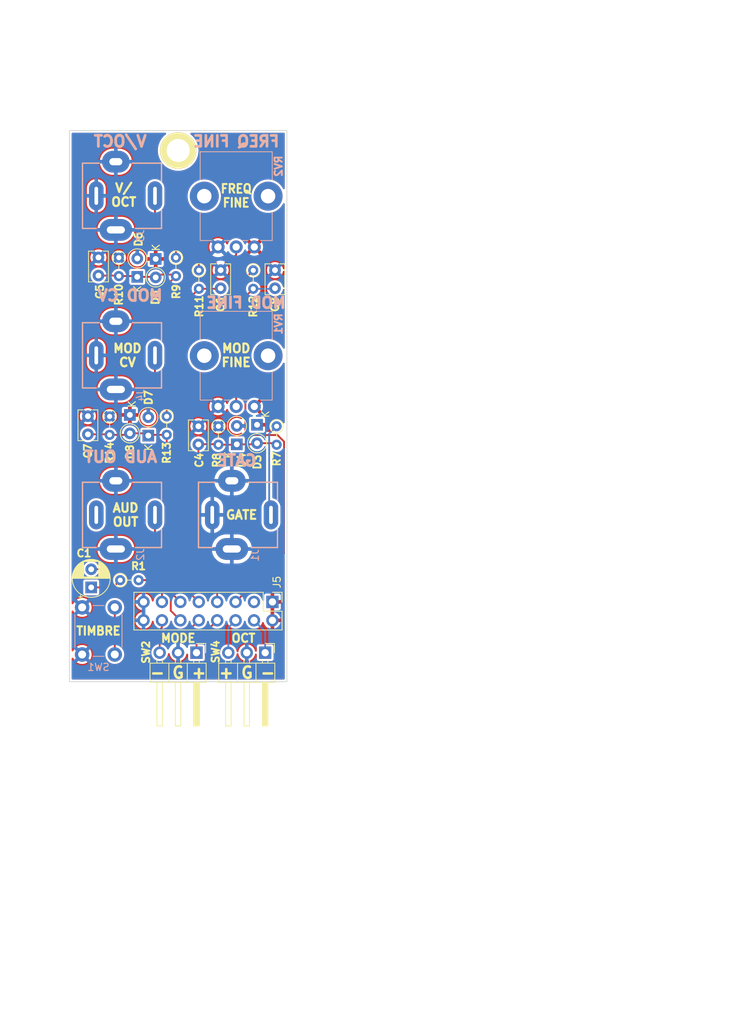
<source format=kicad_pcb>
(kicad_pcb (version 20211014) (generator pcbnew)
  (title_block (title "VCO CONTROLS PANEL") (date "2022-09-21") (rev "1") (company "LAND BOARDS, LLC"))
  (layers (0 "F.Cu" signal) (31 "B.Cu" signal) (34 "B.Paste" user) (35 "F.Paste" user) (36 "B.SilkS" user "B.Silkscreen") (37 "F.SilkS" user "F.Silkscreen") (38 "B.Mask" user) (39 "F.Mask" user) (44 "Edge.Cuts" user))
  (net 0 "")
  (net 1 "GND")
  (net 2 "+3V3")
  (net 3 "Net-(C1-Pad2)")
  (net 4 "/GATE_CTL")
  (net 5 "/FREQ_POT")
  (net 6 "/VPEROCT_CV")
  (net 7 "/MOD_POT")
  (net 8 "/MOD_CV")
  (net 9 "/AUD_OUT")
  (net 10 "/TIMBRE_PB")
  (net 11 "/MODE_UP_PB")
  (net 12 "/MODE_DN_PB")
  (net 13 "/CV")
  (net 14 "/GATE")
  (net 15 "/OCT_UP_PB")
  (net 16 "Net-(C1-Pad1)")
  (net 17 "/OCT_DN_PB")
  (net 18 "/V_OCT")
  (net 20 "/MOD_FINE")
  (net 21 "/FREQ_FINE")
  (footprint "Resistor_THT:R_Axial_DIN0204_L3.6mm_D1.6mm_P2.54mm_Vertical" (layer "F.Cu") (at 148.734 97.88 -90)
    (fp_text reference "R7" (at 4.5 0 90) (layer "F.SilkS") (effects (font (size 1.016 1.016) (thickness 0.254))))
    (fp_text value "220K")
    (pad "1" thru_hole circle (at 0 0 270) (size 1.4 1.4) (drill 0.7) (layers *.Cu *.Mask) (net 14 "/GATE"))
    (pad "2" thru_hole oval (at 2.54 0 270) (size 1.4 1.4) (drill 0.7) (layers *.Cu *.Mask) (net 4 "/GATE_CTL"))
  )
  (footprint "Diode_THT:D_DO-35_SOD27_P2.54mm_Vertical_KathodeUp" (layer "F.Cu") (at 132.049 74.810001 -90)
    (fp_text reference "D5" (at 5.311372 0.04 90) (layer "F.SilkS") (effects (font (size 1.016 1.016) (thickness 0.254))))
    (fp_text value "BAT41")
    (fp_text user "K" (at -1.581001 -0.043 90) (layer "F.SilkS"))
    (pad "1" thru_hole rect (at 0 0 270) (size 1.6 1.6) (drill 0.8) (layers *.Cu *.Mask) (net 2 "+3V3"))
    (pad "2" thru_hole oval (at 2.54 0 270) (size 1.6 1.6) (drill 0.8) (layers *.Cu *.Mask) (net 6 "/VPEROCT_CV"))
  )
  (footprint "Diode_THT:D_DO-35_SOD27_P2.54mm_Vertical_KathodeUp" (layer "F.Cu") (at 128.489 96.314315 -90)
    (fp_text reference "D8" (at 5.108685 0 90) (layer "F.SilkS") (effects (font (size 1.016 1.016) (thickness 0.254))))
    (fp_text value "BAT41")
    (fp_text user "K" (at -1.495315 -0.301 90) (layer "F.SilkS"))
    (pad "1" thru_hole rect (at 0 0 270) (size 1.6 1.6) (drill 0.8) (layers *.Cu *.Mask) (net 2 "+3V3"))
    (pad "2" thru_hole oval (at 2.54 0 270) (size 1.6 1.6) (drill 0.8) (layers *.Cu *.Mask) (net 8 "/MOD_CV"))
  )
  (footprint "Connector_PinHeader_2.54mm:PinHeader_1x03_P2.54mm_Horizontal" (layer "F.Cu") (at 137.679 129.1 -90)
    (fp_text reference "SW2" (at -0.070002 6.969989 -90) (layer "F.SilkS") (effects (font (size 1.016 1.016) (thickness 0.254))))
    (fp_text value "SW_SPDT_MSM")
    (pad "1" thru_hole rect (at 0 0 270) (size 1.7 1.7) (drill 1) (layers *.Cu *.Mask) (net 11 "/MODE_UP_PB"))
    (pad "2" thru_hole oval (at 0 2.54 270) (size 1.7 1.7) (drill 1) (layers *.Cu *.Mask) (net 1 "GND"))
    (pad "3" thru_hole oval (at 0 5.08 270) (size 1.7 1.7) (drill 1) (layers *.Cu *.Mask) (net 12 "/MODE_DN_PB"))
  )
  (footprint "Diode_THT:D_DO-35_SOD27_P2.54mm_Vertical_KathodeUp" (layer "F.Cu") (at 129.509 77.275686 90)
    (fp_text reference "D6" (at 5.189686 0.17 90) (layer "F.SilkS") (effects (font (size 1.016 1.016) (thickness 0.254))))
    (fp_text value "BAT41")
    (fp_text user "K" (at -1.668314 0.043 90) (layer "F.SilkS"))
    (pad "1" thru_hole rect (at 0 0 90) (size 1.6 1.6) (drill 0.8) (layers *.Cu *.Mask) (net 6 "/VPEROCT_CV"))
    (pad "2" thru_hole oval (at 2.54 0 90) (size 1.6 1.6) (drill 0.8) (layers *.Cu *.Mask) (net 1 "GND"))
  )
  (footprint "Resistor_THT:R_Axial_DIN0204_L3.6mm_D1.6mm_P2.54mm_Vertical" (layer "F.Cu") (at 133.569 96.52 -90)
    (fp_text reference "R13" (at 5.03 0 90) (layer "F.SilkS") (effects (font (size 1.016 1.016) (thickness 0.254))))
    (fp_text value "22K")
    (pad "1" thru_hole circle (at 0 0 270) (size 1.4 1.4) (drill 0.7) (layers *.Cu *.Mask) (net 13 "/CV"))
    (pad "2" thru_hole oval (at 2.54 0 270) (size 1.4 1.4) (drill 0.7) (layers *.Cu *.Mask) (net 8 "/MOD_CV"))
  )
  (footprint "Resistor_THT:R_Axial_DIN0204_L3.6mm_D1.6mm_P2.54mm_Vertical" (layer "F.Cu") (at 145.509 76.38 -90)
    (fp_text reference "R12" (at 5 0 90) (layer "F.SilkS") (effects (font (size 1.016 1.016) (thickness 0.254))))
    (fp_text value "1K")
    (pad "1" thru_hole circle (at 0 0 270) (size 1.4 1.4) (drill 0.7) (layers *.Cu *.Mask) (net 20 "/MOD_FINE"))
    (pad "2" thru_hole oval (at 2.54 0 270) (size 1.4 1.4) (drill 0.7) (layers *.Cu *.Mask) (net 7 "/MOD_POT"))
  )
  (footprint "Capacitor_THT:C_Rect_L4.0mm_W2.5mm_P2.50mm" (layer "F.Cu") (at 137.939 100.38 90)
    (fp_text reference "C4" (at -2.186 0.122 90) (layer "F.SilkS") (effects (font (size 1.016 1.016) (thickness 0.254))))
    (fp_text value "0.01uF")
    (pad "1" thru_hole circle (at 0 0 90) (size 1.6 1.6) (drill 0.8) (layers *.Cu *.Mask) (net 4 "/GATE_CTL"))
    (pad "2" thru_hole circle (at 2.5 0 90) (size 1.6 1.6) (drill 0.8) (layers *.Cu *.Mask) (net 1 "GND"))
  )
  (footprint "Capacitor_THT:C_Rect_L4.0mm_W2.5mm_P2.50mm" (layer "F.Cu") (at 124.154 77.1 90)
    (fp_text reference "C5" (at -2.225 0.191 90) (layer "F.SilkS") (effects (font (size 1.016 1.016) (thickness 0.254))))
    (fp_text value "0.01uF")
    (pad "1" thru_hole circle (at 0 0 90) (size 1.6 1.6) (drill 0.8) (layers *.Cu *.Mask) (net 6 "/VPEROCT_CV"))
    (pad "2" thru_hole circle (at 2.5 0 90) (size 1.6 1.6) (drill 0.8) (layers *.Cu *.Mask) (net 1 "GND"))
  )
  (footprint "Connector_PinHeader_2.54mm:PinHeader_1x03_P2.54mm_Horizontal" (layer "F.Cu") (at 147.154 129.1 -90)
    (fp_text reference "SW4" (at -0.127 6.842989 -90) (layer "F.SilkS") (effects (font (size 1.016 1.016) (thickness 0.254))))
    (fp_text value "SW_SPDT_MSM")
    (pad "1" thru_hole rect (at 0 0 270) (size 1.7 1.7) (drill 1) (layers *.Cu *.Mask) (net 17 "/OCT_DN_PB"))
    (pad "2" thru_hole oval (at 0 2.54 270) (size 1.7 1.7) (drill 1) (layers *.Cu *.Mask) (net 1 "GND"))
    (pad "3" thru_hole oval (at 0 5.08 270) (size 1.7 1.7) (drill 1) (layers *.Cu *.Mask) (net 15 "/OCT_UP_PB"))
  )
  (footprint "Diode_THT:D_DO-35_SOD27_P2.54mm_Vertical_KathodeUp" (layer "F.Cu") (at 143.24 100.37 90)
    (fp_text reference "D4" (at -2.196 0.663 90) (layer "F.SilkS") (effects (font (size 1.016 1.016) (thickness 0.254))))
    (fp_text value "BAT41")
    (fp_text user "K" (at -1.466628 -1.143 90) (layer "F.SilkS"))
    (pad "1" thru_hole rect (at 0 0 90) (size 1.6 1.6) (drill 0.8) (layers *.Cu *.Mask) (net 4 "/GATE_CTL"))
    (pad "2" thru_hole oval (at 2.54 0 90) (size 1.6 1.6) (drill 0.8) (layers *.Cu *.Mask) (net 1 "GND"))
  )
  (footprint "Resistor_THT:R_Axial_DIN0204_L3.6mm_D1.6mm_P2.54mm_Vertical" (layer "F.Cu") (at 140.7 97.88 -90)
    (fp_text reference "R8" (at 4.686 0.226 90) (layer "F.SilkS") (effects (font (size 1.016 1.016) (thickness 0.254))))
    (fp_text value "330K")
    (pad "1" thru_hole circle (at 0 0 270) (size 1.4 1.4) (drill 0.7) (layers *.Cu *.Mask) (net 1 "GND"))
    (pad "2" thru_hole oval (at 2.54 0 270) (size 1.4 1.4) (drill 0.7) (layers *.Cu *.Mask) (net 4 "/GATE_CTL"))
  )
  (footprint "Resistor_THT:R_Axial_DIN0204_L3.6mm_D1.6mm_P2.54mm_Vertical" (layer "F.Cu") (at 134.843 74.63 -90)
    (fp_text reference "R9" (at 4.695 -0.043 90) (layer "F.SilkS") (effects (font (size 1.016 1.016) (thickness 0.254))))
    (fp_text value "220K")
    (pad "1" thru_hole circle (at 0 0 270) (size 1.4 1.4) (drill 0.7) (layers *.Cu *.Mask) (net 18 "/V_OCT"))
    (pad "2" thru_hole oval (at 2.54 0 270) (size 1.4 1.4) (drill 0.7) (layers *.Cu *.Mask) (net 6 "/VPEROCT_CV"))
  )
  (footprint "Capacitor_THT:C_Rect_L4.0mm_W2.5mm_P2.50mm" (layer "F.Cu") (at 122.699 98.99 90)
    (fp_text reference "C7" (at -2.306 -0.005 90) (layer "F.SilkS") (effects (font (size 1.016 1.016) (thickness 0.254))))
    (fp_text value "0.01uF")
    (pad "1" thru_hole circle (at 0 0 90) (size 1.6 1.6) (drill 0.8) (layers *.Cu *.Mask) (net 8 "/MOD_CV"))
    (pad "2" thru_hole circle (at 2.5 0 90) (size 1.6 1.6) (drill 0.8) (layers *.Cu *.Mask) (net 1 "GND"))
  )
  (footprint "LandBoards_MountHoles:MTG-4-40-SMALL" (layer "F.Cu") (at 135.154 59.85)
    (fp_text reference "MTG1" hide)
    (fp_text value "MTG_HOLE" hide)
    (pad "1" thru_hole circle locked (at 0 0) (size 5 5) (drill 3.175) (layers *.Cu *.Mask "F.SilkS"))
  )
  (footprint "Diode_THT:D_DO-35_SOD27_P2.54mm_Vertical_KathodeUp" (layer "F.Cu") (at 131.029 99.165686 90)
    (fp_text reference "D7" (at 5.235686 0.047 90) (layer "F.SilkS") (effects (font (size 1.016 1.016) (thickness 0.254))))
    (fp_text value "BAT41")
    (fp_text user "K" (at -1.622314 0.047 90) (layer "F.SilkS"))
    (pad "1" thru_hole rect (at 0 0 90) (size 1.6 1.6) (drill 0.8) (layers *.Cu *.Mask) (net 8 "/MOD_CV"))
    (pad "2" thru_hole oval (at 2.54 0 90) (size 1.6 1.6) (drill 0.8) (layers *.Cu *.Mask) (net 1 "GND"))
  )
  (footprint "Resistor_THT:R_Axial_DIN0204_L3.6mm_D1.6mm_P2.54mm_Vertical" (layer "F.Cu") (at 127.154 119.1)
    (fp_text reference "R1" (at 2.525 -1.929 180) (layer "F.SilkS") (effects (font (size 1.016 1.016) (thickness 0.254))))
    (fp_text value "330")
    (pad "1" thru_hole circle (at 0 0) (size 1.4 1.4) (drill 0.7) (layers *.Cu *.Mask) (net 16 "Net-(C1-Pad1)"))
    (pad "2" thru_hole oval (at 2.54 0) (size 1.4 1.4) (drill 0.7) (layers *.Cu *.Mask) (net 9 "/AUD_OUT"))
  )
  (footprint "Diode_THT:D_DO-35_SOD27_P2.54mm_Vertical_KathodeUp" (layer "F.Cu") (at 146.034 97.674315 -90)
    (fp_text reference "D3" (at 5.145685 -0.028 90) (layer "F.SilkS") (effects (font (size 1.016 1.016) (thickness 0.254))))
    (fp_text value "BAT41")
    (fp_text user "K" (at -1.458315 -1.171 90) (layer "F.SilkS"))
    (pad "1" thru_hole rect (at 0 0 270) (size 1.6 1.6) (drill 0.8) (layers *.Cu *.Mask) (net 2 "+3V3"))
    (pad "2" thru_hole oval (at 2.54 0 270) (size 1.6 1.6) (drill 0.8) (layers *.Cu *.Mask) (net 4 "/GATE_CTL"))
  )
  (footprint "Connector_PinHeader_2.54mm:PinHeader_2x08_P2.54mm_Vertical" (layer "F.Cu") (at 148.154 122.1 -90)
    (fp_text reference "J5" (at -2.725 -0.625 90) (layer "F.SilkS"))
    (fp_text value "Conn_01x16")
    (pad "1" thru_hole rect (at 0 0 270) (size 1.7 1.7) (drill 1) (layers *.Cu *.Mask) (net 2 "+3V3"))
    (pad "2" thru_hole oval (at 2.54 0 270) (size 1.7 1.7) (drill 1) (layers *.Cu *.Mask) (net 2 "+3V3"))
    (pad "3" thru_hole oval (at 0 2.54 270) (size 1.7 1.7) (drill 1) (layers *.Cu *.Mask))
    (pad "4" thru_hole oval (at 2.54 2.54 270) (size 1.7 1.7) (drill 1) (layers *.Cu *.Mask) (net 17 "/OCT_DN_PB"))
    (pad "5" thru_hole oval (at 0 5.08 270) (size 1.7 1.7) (drill 1) (layers *.Cu *.Mask) (net 7 "/MOD_POT"))
    (pad "6" thru_hole oval (at 2.54 5.08 270) (size 1.7 1.7) (drill 1) (layers *.Cu *.Mask) (net 15 "/OCT_UP_PB"))
    (pad "7" thru_hole oval (at 0 7.62 270) (size 1.7 1.7) (drill 1) (layers *.Cu *.Mask) (net 4 "/GATE_CTL"))
    (pad "8" thru_hole oval (at 2.54 7.62 270) (size 1.7 1.7) (drill 1) (layers *.Cu *.Mask) (net 11 "/MODE_UP_PB"))
    (pad "9" thru_hole oval (at 0 10.16 270) (size 1.7 1.7) (drill 1) (layers *.Cu *.Mask) (net 5 "/FREQ_POT"))
    (pad "10" thru_hole oval (at 2.54 10.16 270) (size 1.7 1.7) (drill 1) (layers *.Cu *.Mask) (net 12 "/MODE_DN_PB"))
    (pad "11" thru_hole oval (at 0 12.7 270) (size 1.7 1.7) (drill 1) (layers *.Cu *.Mask) (net 6 "/VPEROCT_CV"))
    (pad "12" thru_hole oval (at 2.54 12.7 270) (size 1.7 1.7) (drill 1) (layers *.Cu *.Mask) (net 8 "/MOD_CV"))
    (pad "13" thru_hole oval (at 0 15.24 270) (size 1.7 1.7) (drill 1) (layers *.Cu *.Mask) (net 9 "/AUD_OUT"))
    (pad "14" thru_hole oval (at 2.54 15.24 270) (size 1.7 1.7) (drill 1) (layers *.Cu *.Mask) (net 10 "/TIMBRE_PB"))
    (pad "15" thru_hole oval (at 0 17.78 270) (size 1.7 1.7) (drill 1) (layers *.Cu *.Mask) (net 1 "GND"))
    (pad "16" thru_hole oval (at 2.54 17.78 270) (size 1.7 1.7) (drill 1) (layers *.Cu *.Mask) (net 1 "GND"))
  )
  (footprint "Resistor_THT:R_Axial_DIN0204_L3.6mm_D1.6mm_P2.54mm_Vertical" (layer "F.Cu") (at 138.009 76.38 -90)
    (fp_text reference "R11" (at 4.977 -0.052 -90) (layer "F.SilkS") (effects (font (size 1.016 1.016) (thickness 0.254))))
    (fp_text value "1K")
    (pad "1" thru_hole circle (at 0 0 270) (size 1.4 1.4) (drill 0.7) (layers *.Cu *.Mask) (net 21 "/FREQ_FINE"))
    (pad "2" thru_hole oval (at 2.54 0 270) (size 1.4 1.4) (drill 0.7) (layers *.Cu *.Mask) (net 5 "/FREQ_POT"))
  )
  (footprint "Resistor_THT:R_Axial_DIN0204_L3.6mm_D1.6mm_P2.54mm_Vertical" (layer "F.Cu") (at 125.694 96.52 -90)
    (fp_text reference "R14" (at 5.03 0 90) (layer "F.SilkS") (effects (font (size 1.016 1.016) (thickness 0.254))))
    (fp_text value "33K")
    (pad "1" thru_hole circle (at 0 0 270) (size 1.4 1.4) (drill 0.7) (layers *.Cu *.Mask) (net 1 "GND"))
    (pad "2" thru_hole oval (at 2.54 0 270) (size 1.4 1.4) (drill 0.7) (layers *.Cu *.Mask) (net 8 "/MOD_CV"))
  )
  (footprint "Capacitor_THT:C_Rect_L4.0mm_W2.5mm_P2.50mm" (layer "F.Cu") (at 148.509 78.85 90)
    (fp_text reference "C8" (at -2.25 0 90) (layer "F.SilkS") (effects (font (size 1.016 1.016) (thickness 0.254))))
    (fp_text value "0.1uF")
    (pad "1" thru_hole circle (at 0 0 90) (size 1.6 1.6) (drill 0.8) (layers *.Cu *.Mask) (net 7 "/MOD_POT"))
    (pad "2" thru_hole circle (at 2.5 0 90) (size 1.6 1.6) (drill 0.8) (layers *.Cu *.Mask) (net 1 "GND"))
  )
  (footprint "Capacitor_THT:CP_Radial_D5.0mm_P2.50mm" (layer "F.Cu") (at 123.154 120.1 90)
    (fp_text reference "C1" (at 4.705113 -1 180) (layer "F.SilkS") (effects (font (size 1.016 1.016) (thickness 0.254))))
    (fp_text value "47uF")
    (pad "1" thru_hole rect (at 0 0 90) (size 1.6 1.6) (drill 0.8) (layers *.Cu *.Mask) (net 16 "Net-(C1-Pad1)"))
    (pad "2" thru_hole circle (at 2.5 0 90) (size 1.6 1.6) (drill 0.8) (layers *.Cu *.Mask) (net 3 "Net-(C1-Pad2)"))
  )
  (footprint "Resistor_THT:R_Axial_DIN0204_L3.6mm_D1.6mm_P2.54mm_Vertical" (layer "F.Cu") (at 126.969 74.63 -90)
    (fp_text reference "R10" (at 5.105686 0 90) (layer "F.SilkS") (effects (font (size 1.016 1.016) (thickness 0.254))))
    (fp_text value "330K")
    (pad "1" thru_hole circle (at 0 0 270) (size 1.4 1.4) (drill 0.7) (layers *.Cu *.Mask) (net 1 "GND"))
    (pad "2" thru_hole oval (at 2.54 0 270) (size 1.4 1.4) (drill 0.7) (layers *.Cu *.Mask) (net 6 "/VPEROCT_CV"))
  )
  (footprint "Capacitor_THT:C_Rect_L4.0mm_W2.5mm_P2.50mm" (layer "F.Cu") (at 141.009 78.85 90)
    (fp_text reference "C6" (at -2.25 0 90) (layer "F.SilkS") (effects (font (size 1.016 1.016) (thickness 0.254))))
    (fp_text value "0.1uF")
    (pad "1" thru_hole circle (at 0 0 90) (size 1.6 1.6) (drill 0.8) (layers *.Cu *.Mask) (net 5 "/FREQ_POT"))
    (pad "2" thru_hole circle (at 2.5 0 90) (size 1.6 1.6) (drill 0.8) (layers *.Cu *.Mask) (net 1 "GND"))
  )
  (footprint "Potentiometer_THT:Potentiometer_Bourns_PTV09A-1_Single_Vertical" (layer "B.Cu") (at 140.654 73.15 90)
    (fp_text reference "RV2" (at 11.13 8.342 90) (layer "B.SilkS") (effects (font (size 1.016 1.016) (thickness 0.254)) (justify mirror)))
    (fp_text value "10K")
    (pad "" np_thru_hole circle (at 7 -1.9 90) (size 4 4) (drill 2) (layers *.Cu *.Mask))
    (pad "" np_thru_hole circle (at 7 6.9 90) (size 4 4) (drill 2) (layers *.Cu *.Mask))
    (pad "1" thru_hole circle (at 0 0 90) (size 1.8 1.8) (drill 1) (layers *.Cu *.Mask) (net 1 "GND"))
    (pad "2" thru_hole circle (at 0 2.5 90) (size 1.8 1.8) (drill 1) (layers *.Cu *.Mask) (net 21 "/FREQ_FINE"))
    (pad "3" thru_hole circle (at 0 5 90) (size 1.8 1.8) (drill 1) (layers *.Cu *.Mask) (net 2 "+3V3"))
  )
  (footprint "Button_Switch_THT:SW_PUSH_6mm_H5mm" (layer "B.Cu") (at 121.904 122.85 -90)
    (fp_text reference "SW1" (at 8.25 -2.25 180) (layer "B.SilkS") (effects (justify mirror)))
    (fp_text value "SW_Push")
    (pad "1" thru_hole circle (at 0 0 180) (size 2 2) (drill 1.1) (layers *.Cu *.Mask) (net 1 "GND"))
    (pad "1" thru_hole circle (at 6.5 0 180) (size 2 2) (drill 1.1) (layers *.Cu *.Mask) (net 1 "GND"))
    (pad "2" thru_hole circle (at 0 -4.5 180) (size 2 2) (drill 1.1) (layers *.Cu *.Mask) (net 10 "/TIMBRE_PB"))
    (pad "2" thru_hole circle (at 6.5 -4.5 180) (size 2 2) (drill 1.1) (layers *.Cu *.Mask) (net 10 "/TIMBRE_PB"))
  )
  (footprint "AudioJacks:Jack_3.5mm_QingPu_WQP-PJ301BM_Vertical" (layer "B.Cu") (at 127.154 88.1 90)
    (fp_text reference "J4" (at -5.507 2.794 270) (layer "B.SilkS") (effects (justify mirror)))
    (fp_text value "PJ-301BM")
    (pad "S" thru_hole oval locked (at -4.7 -0.6) (size 4.5 3) (drill oval 2.5 1) (layers *.Cu *.Mask) (net 1 "GND"))
    (pad "S" thru_hole oval locked (at 4.7 -0.6) (size 3.8 3) (drill oval 1.8 1) (layers *.Cu *.Mask) (net 1 "GND"))
    (pad "T" thru_hole oval locked (at 0 4.8 90) (size 4 2) (drill oval 2.5 0.5) (layers *.Cu *.Mask) (net 13 "/CV"))
    (pad "TN" thru_hole oval locked (at 0 -3.3 90) (size 4 2) (drill oval 2.5 0.5) (layers *.Cu *.Mask) (net 1 "GND"))
  )
  (footprint "Potentiometer_THT:Potentiometer_Bourns_PTV09A-1_Single_Vertical" (layer "B.Cu") (at 140.654 95.15 90)
    (fp_text reference "RV1" (at 11.384 8.342 90) (layer "B.SilkS") (effects (font (size 1.016 1.016) (thickness 0.254)) (justify mirror)))
    (fp_text value "10K")
    (pad "" np_thru_hole circle (at 7 -1.9 90) (size 4 4) (drill 2) (layers *.Cu *.Mask))
    (pad "" np_thru_hole circle (at 7 6.9 90) (size 4 4) (drill 2) (layers *.Cu *.Mask))
    (pad "1" thru_hole circle (at 0 0 90) (size 1.8 1.8) (drill 1) (layers *.Cu *.Mask) (net 1 "GND"))
    (pad "2" thru_hole circle (at 0 2.5 90) (size 1.8 1.8) (drill 1) (layers *.Cu *.Mask) (net 20 "/MOD_FINE"))
    (pad "3" thru_hole circle (at 0 5 90) (size 1.8 1.8) (drill 1) (layers *.Cu *.Mask) (net 2 "+3V3"))
  )
  (footprint "AudioJacks:Jack_3.5mm_QingPu_WQP-PJ301BM_Vertical" (layer "B.Cu") (at 143.154 110.1 90)
    (fp_text reference "J1" (at -5.588 2.605 270) (layer "B.SilkS") (effects (justify mirror)))
    (fp_text value "PJ-301BM")
    (pad "S" thru_hole oval locked (at 4.7 -0.6) (size 3.8 3) (drill oval 1.8 1) (layers *.Cu *.Mask) (net 1 "GND"))
    (pad "S" thru_hole oval locked (at -4.7 -0.6) (size 4.5 3) (drill oval 2.5 1) (layers *.Cu *.Mask) (net 1 "GND"))
    (pad "T" thru_hole oval locked (at 0 4.8 90) (size 4 2) (drill oval 2.5 0.5) (layers *.Cu *.Mask) (net 14 "/GATE"))
    (pad "TN" thru_hole oval locked (at 0 -3.3 90) (size 4 2) (drill oval 2.5 0.5) (layers *.Cu *.Mask) (net 1 "GND"))
  )
  (footprint "AudioJacks:Jack_3.5mm_QingPu_WQP-PJ301BM_Vertical" (layer "B.Cu") (at 127.154 66.1 90)
    (fp_text reference "J3" (at -5.507 2.794 270) (layer "B.SilkS") (effects (justify mirror)))
    (fp_text value "PJ-301BM")
    (pad "S" thru_hole oval locked (at 4.7 -0.6) (size 3.8 3) (drill oval 1.8 1) (layers *.Cu *.Mask) (net 1 "GND"))
    (pad "S" thru_hole oval locked (at -4.7 -0.6) (size 4.5 3) (drill oval 2.5 1) (layers *.Cu *.Mask) (net 1 "GND"))
    (pad "T" thru_hole oval locked (at 0 4.8 90) (size 4 2) (drill oval 2.5 0.5) (layers *.Cu *.Mask) (net 18 "/V_OCT"))
    (pad "TN" thru_hole oval locked (at 0 -3.3 90) (size 4 2) (drill oval 2.5 0.5) (layers *.Cu *.Mask) (net 1 "GND"))
  )
  (footprint "AudioJacks:Jack_3.5mm_QingPu_WQP-PJ301BM_Vertical" (layer "B.Cu") (at 127.154 110.1 90)
    (fp_text reference "J2" (at -5.461 2.794 270) (layer "B.SilkS") (effects (justify mirror)))
    (fp_text value "PJ-301BM")
    (pad "S" thru_hole oval locked (at 4.7 -0.6) (size 3.8 3) (drill oval 1.8 1) (layers *.Cu *.Mask) (net 1 "GND"))
    (pad "S" thru_hole oval locked (at -4.7 -0.6) (size 4.5 3) (drill oval 2.5 1) (layers *.Cu *.Mask) (net 1 "GND"))
    (pad "T" thru_hole oval locked (at 0 4.8 90) (size 4 2) (drill oval 2.5 0.5) (layers *.Cu *.Mask) (net 3 "Net-(C1-Pad2)"))
    (pad "TN" thru_hole oval locked (at 0 -3.3 90) (size 4 2) (drill oval 2.5 0.5) (layers *.Cu *.Mask))
  )
  (gr_rect (start 120.154 57.1) (end 150.154 133.1) (layer "Edge.Cuts") (width 0.1) (fill none))
  (gr_text "GATE" (at 143.234 102.6) (layer "B.SilkS") (effects (font (size 1.524 1.524) (thickness 0.381)) (justify mirror)))
  (gr_text "AUD OUT" (at 127.234 102.1) (layer "B.SilkS") (effects (font (size 1.524 1.524) (thickness 0.381)) (justify mirror)))
  (gr_text "FREQ FINE" (at 143.154 58.6) (layer "B.SilkS") (effects (font (size 1.5 1.5) (thickness 0.375)) (justify mirror)))
  (gr_text "MOD FINE" (at 144.509 80.85) (layer "B.SilkS") (effects (font (size 1.5 1.5) (thickness 0.375)) (justify mirror)))
  (gr_text "MOD CV" (at 128.509 79.85) (layer "B.SilkS") (effects (font (size 1.524 1.524) (thickness 0.381)) (justify mirror)))
  (gr_text "V/OCT" (at 127.154 58.6) (layer "B.SilkS") (effects (font (size 1.524 1.524) (thickness 0.381)) (justify mirror)))
  (gr_text "MOD\nFINE" (at 143.154 88.1) (layer "F.SilkS") (effects (font (size 1.2 1.2) (thickness 0.3))))
  (gr_text "- G +" (at 135.154 131.85) (layer "F.SilkS") (effects (font (size 1.5748 1.524) (thickness 0.34925))))
  (gr_text "MODE" (at 135.154 127.1) (layer "F.SilkS") (effects (font (size 1.143 1.143) (thickness 0.28575))))
  (gr_text "GATE" (at 143.904 110.1) (layer "F.SilkS") (effects (font (size 1.2 1.2) (thickness 0.3))))
  (gr_text "TIMBRE" (at 124.154 126.1) (layer "F.SilkS") (effects (font (size 1.143 1.143) (thickness 0.28575))))
  (gr_text "AUD\nOUT" (at 127.901 110.1) (layer "F.SilkS") (effects (font (size 1.2 1.2) (thickness 0.3))))
  (gr_text "V/\nOCT" (at 127.647 65.99) (layer "F.SilkS") (effects (font (size 1.2 1.2) (thickness 0.3))))
  (gr_text "OCT" (at 144.154 127.1) (layer "F.SilkS") (effects (font (size 1.143 1.143) (thickness 0.28575))))
  (gr_text "MOD\nCV" (at 128.154 88.1) (layer "F.SilkS") (effects (font (size 1.2 1.2) (thickness 0.3))))
  (gr_text "FREQ\nFINE" (at 143.154 66.1) (layer "F.SilkS") (effects (font (size 1.2 1.1) (thickness 0.275))))
  (gr_text "+ G -" (at 144.654 131.85) (layer "F.SilkS") (effects (font (size 1.5748 1.524) (thickness 0.34925))))
  (segment (start 131.954 114.52) (end 131.954 110.1) (width 0.254) (layer "F.Cu") (net 3))
  (segment (start 128.874 117.6) (end 131.954 114.52) (width 0.254) (layer "F.Cu") (net 3))
  (segment (start 123.154 117.6) (end 128.874 117.6) (width 0.254) (layer "F.Cu") (net 3))
  (segment (start 137.939 116.929) (end 140.534 119.524) (width 0.25) (layer "F.Cu") (net 4))
  (segment (start 140.534 122.1) (end 140.534 119.524) (width 0.25) (layer "F.Cu") (net 4))
  (segment (start 143.24 100.37) (end 145.878315 100.37) (width 0.25) (layer "F.Cu") (net 4))
  (segment (start 137.939 100.38) (end 137.939 116.929) (width 0.25) (layer "F.Cu") (net 4))
  (segment (start 146.034 100.214315) (end 148.528315 100.214315) (width 0.25) (layer "F.Cu") (net 4))
  (segment (start 140.7 100.42) (end 143.19 100.42) (width 0.25) (layer "F.Cu") (net 4))
  (segment (start 138.16 100.35) (end 140.63 100.35) (width 0.25) (layer "F.Cu") (net 4))
  (segment (start 138.009 78.92) (end 140.939 78.92) (width 0.254) (layer "F.Cu") (net 5))
  (segment (start 137.994 122.1) (end 135.03404 119.14004) (width 0.25) (layer "F.Cu") (net 5))
  (segment (start 134.886 82.043) (end 138.009 78.92) (width 0.25) (layer "F.Cu") (net 5))
  (segment (start 134.886 85.167) (end 134.886 82.043) (width 0.25) (layer "F.Cu") (net 5))
  (segment (start 135.03404 119.14004) (end 135.047031 119.127049) (width 0.25) (layer "F.Cu") (net 5))
  (segment (start 135.047031 85.328031) (end 134.886 85.167) (width 0.25) (layer "F.Cu") (net 5))
  (segment (start 135.047031 119.127049) (end 135.047031 85.328031) (width 0.25) (layer "F.Cu") (net 5))
  (segment (start 134.129 77.884) (end 134.843 77.17) (width 0.254) (layer "F.Cu") (net 6))
  (segment (start 129.509 77.275686) (end 131.737628 77.275686) (width 0.25) (layer "F.Cu") (net 6))
  (segment (start 134.595511 117.412009) (end 134.595511 95.031511) (width 0.254) (layer "F.Cu") (net 6))
  (segment (start 132.049 76.964314) (end 134.637314 76.964314) (width 0.25) (layer "F.Cu") (net 6))
  (segment (start 134.595511 95.031511) (end 134.129 94.565) (width 0.254) (layer "F.Cu") (net 6))
  (segment (start 134.58252 121.22852) (end 134.58252 117.425) (width 0.254) (layer "F.Cu") (net 6))
  (segment (start 134.58252 117.425) (end 134.595511 117.412009) (width 0.254) (layer "F.Cu") (net 6))
  (segment (start 126.969 77.17) (end 129.403314 77.17) (width 0.25) (layer "F.Cu") (net 6))
  (segment (start 134.129 94.565) (end 134.129 77.884) (width 0.254) (layer "F.Cu") (net 6))
  (segment (start 135.454 122.1) (end 134.58252 121.22852) (width 0.254) (layer "F.Cu") (net 6))
  (segment (start 124.154 77.1) (end 126.899 77.1) (width 0.25) (layer "F.Cu") (net 6))
  (segment (start 148.853511 99.087804) (end 149.760511 99.994804) (width 0.254) (layer "F.Cu") (net 7))
  (segment (start 149.760511 115.413489) (end 143.074 122.1) (width 0.254) (layer "F.Cu") (net 7))
  (segment (start 145.509 78.92) (end 144.427489 80.001511) (width 0.254) (layer "F.Cu") (net 7))
  (segment (start 149.760511 99.994804) (end 149.760511 115.413489) (width 0.254) (layer "F.Cu") (net 7))
  (segment (start 144.778617 99.087804) (end 148.853511 99.087804) (width 0.254) (layer "F.Cu") (net 7))
  (segment (start 144.427489 98.736676) (end 144.778617 99.087804) (width 0.254) (layer "F.Cu") (net 7))
  (segment (start 144.427489 80.001511) (end 144.427489 98.736676) (width 0.254) (layer "F.Cu") (net 7))
  (segment (start 145.509 78.92) (end 148.439 78.92) (width 0.254) (layer "B.Cu") (net 7))
  (segment (start 133.494 102.185) (end 133.569 102.11) (width 0.254) (layer "F.Cu") (net 8))
  (segment (start 125.694 99.06) (end 128.283315 99.06) (width 0.25) (layer "F.Cu") (net 8))
  (segment (start 134.129 123.315) (end 134.129 102.82) (width 0.254) (layer "F.Cu") (net 8))
  (segment (start 134.129 102.82) (end 133.494 102.185) (width 0.254) (layer "F.Cu") (net 8))
  (segment (start 135.454 124.64) (end 134.129 123.315) (width 0.254) (layer "F.Cu") (net 8))
  (segment (start 123.154 98.99) (end 125.624 98.99) (width 0.25) (layer "F.Cu") (net 8))
  (segment (start 128.489 98.854315) (end 130.717629 98.854315) (width 0.25) (layer "F.Cu") (net 8))
  (segment (start 133.569 99.06) (end 131.134686 99.06) (width 0.25) (layer "F.Cu") (net 8))
  (segment (start 133.569 102.11) (end 133.569 99.06) (width 0.254) (layer "F.Cu") (net 8))
  (segment (start 131.994 119.1) (end 132.914 120.02) (width 0.254) (layer "F.Cu") (net 9))
  (segment (start 129.694 119.1) (end 131.994 119.1) (width 0.254) (layer "F.Cu") (net 9))
  (segment (start 132.914 122.1) (end 132.914 120.02) (width 0.254) (layer "F.Cu") (net 9))
  (segment (start 126.404 126.845) (end 126.404 129.35) (width 0.254) (layer "F.Cu") (net 10))
  (segment (start 131.694 126.845) (end 126.404 126.845) (width 0.254) (layer "F.Cu") (net 10))
  (segment (start 132.914 125.625) (end 131.694 126.845) (width 0.254) (layer "F.Cu") (net 10))
  (segment (start 126.404 122.85) (end 126.404 126.845) (width 0.254) (layer "F.Cu") (net 10))
  (segment (start 132.914 124.64) (end 132.914 125.625) (width 0.254) (layer "F.Cu") (net 10))
  (segment (start 140.534 124.64) (end 137.679 127.495) (width 0.254) (layer "F.Cu") (net 11))
  (segment (start 137.679 127.495) (end 137.679 129.1) (width 0.254) (layer "F.Cu") (net 11))
  (segment (start 133.494 126.95) (end 132.599 127.845) (width 0.254) (layer "F.Cu") (net 12))
  (segment (start 135.684 126.95) (end 133.494 126.95) (width 0.254) (layer "F.Cu") (net 12))
  (segment (start 137.994 124.64) (end 135.684 126.95) (width 0.254) (layer "F.Cu") (net 12))
  (segment (start 132.599 127.845) (end 132.599 129.1) (width 0.254) (layer "F.Cu") (net 12))
  (segment (start 133.569 94.64) (end 133.569 96.52) (width 0.254) (layer "F.Cu") (net 13))
  (segment (start 131.954 88.1) (end 131.954 93.025) (width 0.254) (layer "F.Cu") (net 13))
  (segment (start 131.954 93.025) (end 133.569 94.64) (width 0.254) (layer "F.Cu") (net 13))
  (segment (start 147.709489 109.855489) (end 147.709489 98.904511) (width 0.25) (layer "B.Cu") (net 14))
  (segment (start 147.709489 98.904511) (end 148.734 97.88) (width 0.25) (layer "B.Cu") (net 14))
  (segment (start 142.074 125.64) (end 143.074 124.64) (width 0.254) (layer "B.Cu") (net 15))
  (segment (start 142.074 129.1) (end 142.074 125.64) (width 0.254) (layer "B.Cu") (net 15))
  (segment (start 126.154 120.1) (end 127.154 119.1) (width 0.254) (layer "F.Cu") (net 16))
  (segment (start 123.154 120.1) (end 126.154 120.1) (width 0.254) (layer "F.Cu") (net 16))
  (segment (start 147.154 129.1) (end 147.154 126.18) (width 0.254) (layer "B.Cu") (net 17))
  (segment (start 147.154 126.18) (end 145.614 124.64) (width 0.254) (layer "B.Cu") (net 17))
  (segment (start 131.954 69.53) (end 134.843 72.419) (width 0.254) (layer "F.Cu") (net 18))
  (segment (start 134.843 72.419) (end 134.843 74.63) (width 0.254) (layer "F.Cu") (net 18))
  (segment (start 131.954 66.1) (end 131.954 69.53) (width 0.254) (layer "F.Cu") (net 18))
  (segment (start 143.154 95.15) (end 143.154 78.735) (width 0.25) (layer "F.Cu") (net 20))
  (segment (start 143.154 78.735) (end 145.509 76.38) (width 0.25) (layer "F.Cu") (net 20))
  (segment (start 138.009 76.38) (end 138.009 75.313) (width 0.25) (layer "F.Cu") (net 21))
  (segment (start 138.009 75.313) (end 138.569 74.753) (width 0.25) (layer "F.Cu") (net 21))
  (segment (start 143.154 74.232) (end 143.154 73.15) (width 0.25) (layer "F.Cu") (net 21))
  (segment (start 142.633 74.753) (end 143.154 74.232) (width 0.25) (layer "F.Cu") (net 21))
  (segment (start 138.569 74.753) (end 142.633 74.753) (width 0.25) (layer "F.Cu") (net 21))
  (zone (net 2) (net_name "+3V3") (layer "F.Cu") (connect_pads (clearance 0.3048)) (min_thickness 0.254) (fill yes (thermal_gap 0.381) (thermal_bridge_width 0.508))
    (polygon (pts (xy 150.153998 133.1) (xy 120.153998 133.1) (xy 120.127998 57.09) (xy 150.153998 57.1)))
  )
  (zone (net 1) (net_name "GND") (layer "B.Cu") (connect_pads (clearance 0.3048)) (min_thickness 0.254) (fill yes (thermal_gap 0.508) (thermal_bridge_width 0.508))
    (polygon (pts (xy 150.154 133.1) (xy 120.127999 133.37) (xy 120.127999 57.09) (xy 150.153999 57.1)))
  )
)
</source>
